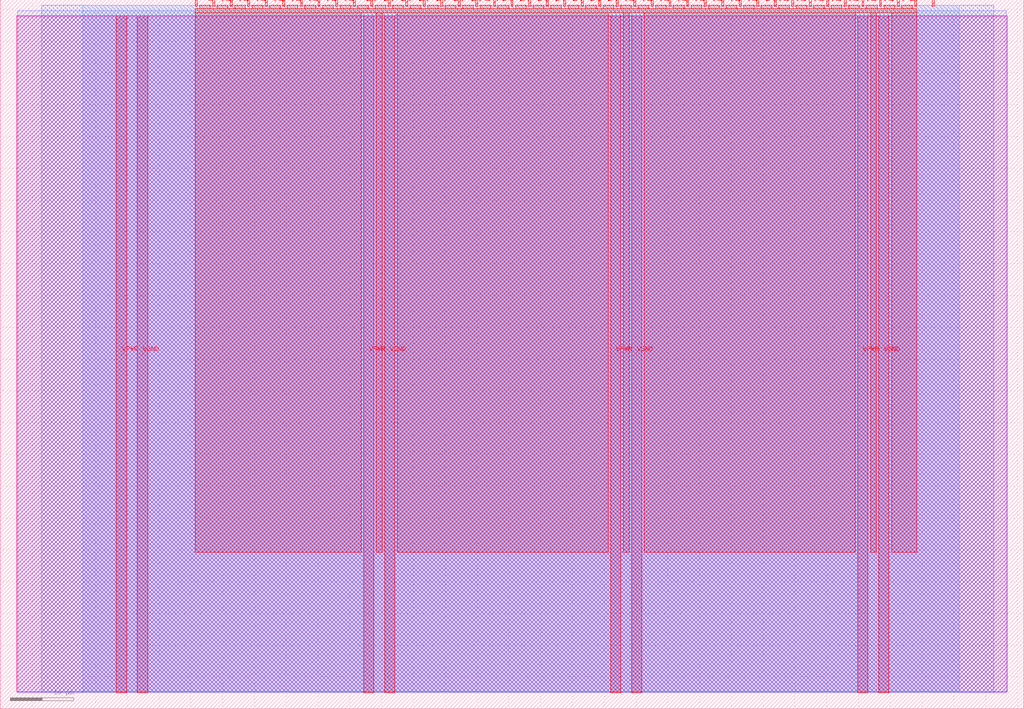
<source format=lef>
VERSION 5.7 ;
  NOWIREEXTENSIONATPIN ON ;
  DIVIDERCHAR "/" ;
  BUSBITCHARS "[]" ;
MACRO tt_um_i2c_regf
  CLASS BLOCK ;
  FOREIGN tt_um_i2c_regf ;
  ORIGIN 0.000 0.000 ;
  SIZE 161.000 BY 111.520 ;
  PIN VGND
    DIRECTION INOUT ;
    USE GROUND ;
    PORT
      LAYER met4 ;
        RECT 21.580 2.480 23.180 109.040 ;
    END
    PORT
      LAYER met4 ;
        RECT 60.450 2.480 62.050 109.040 ;
    END
    PORT
      LAYER met4 ;
        RECT 99.320 2.480 100.920 109.040 ;
    END
    PORT
      LAYER met4 ;
        RECT 138.190 2.480 139.790 109.040 ;
    END
  END VGND
  PIN VPWR
    DIRECTION INOUT ;
    USE POWER ;
    PORT
      LAYER met4 ;
        RECT 18.280 2.480 19.880 109.040 ;
    END
    PORT
      LAYER met4 ;
        RECT 57.150 2.480 58.750 109.040 ;
    END
    PORT
      LAYER met4 ;
        RECT 96.020 2.480 97.620 109.040 ;
    END
    PORT
      LAYER met4 ;
        RECT 134.890 2.480 136.490 109.040 ;
    END
  END VPWR
  PIN clk
    DIRECTION INPUT ;
    USE SIGNAL ;
    ANTENNAGATEAREA 0.852000 ;
    PORT
      LAYER met4 ;
        RECT 143.830 110.520 144.130 111.520 ;
    END
  END clk
  PIN ena
    DIRECTION INPUT ;
    USE SIGNAL ;
    PORT
      LAYER met4 ;
        RECT 146.590 110.520 146.890 111.520 ;
    END
  END ena
  PIN rst_n
    DIRECTION INPUT ;
    USE SIGNAL ;
    ANTENNAGATEAREA 0.196500 ;
    PORT
      LAYER met4 ;
        RECT 141.070 110.520 141.370 111.520 ;
    END
  END rst_n
  PIN ui_in[0]
    DIRECTION INPUT ;
    USE SIGNAL ;
    PORT
      LAYER met4 ;
        RECT 138.310 110.520 138.610 111.520 ;
    END
  END ui_in[0]
  PIN ui_in[1]
    DIRECTION INPUT ;
    USE SIGNAL ;
    PORT
      LAYER met4 ;
        RECT 135.550 110.520 135.850 111.520 ;
    END
  END ui_in[1]
  PIN ui_in[2]
    DIRECTION INPUT ;
    USE SIGNAL ;
    PORT
      LAYER met4 ;
        RECT 132.790 110.520 133.090 111.520 ;
    END
  END ui_in[2]
  PIN ui_in[3]
    DIRECTION INPUT ;
    USE SIGNAL ;
    PORT
      LAYER met4 ;
        RECT 130.030 110.520 130.330 111.520 ;
    END
  END ui_in[3]
  PIN ui_in[4]
    DIRECTION INPUT ;
    USE SIGNAL ;
    PORT
      LAYER met4 ;
        RECT 127.270 110.520 127.570 111.520 ;
    END
  END ui_in[4]
  PIN ui_in[5]
    DIRECTION INPUT ;
    USE SIGNAL ;
    PORT
      LAYER met4 ;
        RECT 124.510 110.520 124.810 111.520 ;
    END
  END ui_in[5]
  PIN ui_in[6]
    DIRECTION INPUT ;
    USE SIGNAL ;
    PORT
      LAYER met4 ;
        RECT 121.750 110.520 122.050 111.520 ;
    END
  END ui_in[6]
  PIN ui_in[7]
    DIRECTION INPUT ;
    USE SIGNAL ;
    PORT
      LAYER met4 ;
        RECT 118.990 110.520 119.290 111.520 ;
    END
  END ui_in[7]
  PIN uio_in[0]
    DIRECTION INPUT ;
    USE SIGNAL ;
    ANTENNAGATEAREA 0.196500 ;
    PORT
      LAYER met4 ;
        RECT 116.230 110.520 116.530 111.520 ;
    END
  END uio_in[0]
  PIN uio_in[1]
    DIRECTION INPUT ;
    USE SIGNAL ;
    PORT
      LAYER met4 ;
        RECT 113.470 110.520 113.770 111.520 ;
    END
  END uio_in[1]
  PIN uio_in[2]
    DIRECTION INPUT ;
    USE SIGNAL ;
    PORT
      LAYER met4 ;
        RECT 110.710 110.520 111.010 111.520 ;
    END
  END uio_in[2]
  PIN uio_in[3]
    DIRECTION INPUT ;
    USE SIGNAL ;
    PORT
      LAYER met4 ;
        RECT 107.950 110.520 108.250 111.520 ;
    END
  END uio_in[3]
  PIN uio_in[4]
    DIRECTION INPUT ;
    USE SIGNAL ;
    PORT
      LAYER met4 ;
        RECT 105.190 110.520 105.490 111.520 ;
    END
  END uio_in[4]
  PIN uio_in[5]
    DIRECTION INPUT ;
    USE SIGNAL ;
    PORT
      LAYER met4 ;
        RECT 102.430 110.520 102.730 111.520 ;
    END
  END uio_in[5]
  PIN uio_in[6]
    DIRECTION INPUT ;
    USE SIGNAL ;
    PORT
      LAYER met4 ;
        RECT 99.670 110.520 99.970 111.520 ;
    END
  END uio_in[6]
  PIN uio_in[7]
    DIRECTION INPUT ;
    USE SIGNAL ;
    PORT
      LAYER met4 ;
        RECT 96.910 110.520 97.210 111.520 ;
    END
  END uio_in[7]
  PIN uio_oe[0]
    DIRECTION OUTPUT ;
    USE SIGNAL ;
    ANTENNADIFFAREA 0.445500 ;
    PORT
      LAYER met4 ;
        RECT 49.990 110.520 50.290 111.520 ;
    END
  END uio_oe[0]
  PIN uio_oe[1]
    DIRECTION OUTPUT ;
    USE SIGNAL ;
    PORT
      LAYER met4 ;
        RECT 47.230 110.520 47.530 111.520 ;
    END
  END uio_oe[1]
  PIN uio_oe[2]
    DIRECTION OUTPUT ;
    USE SIGNAL ;
    PORT
      LAYER met4 ;
        RECT 44.470 110.520 44.770 111.520 ;
    END
  END uio_oe[2]
  PIN uio_oe[3]
    DIRECTION OUTPUT ;
    USE SIGNAL ;
    PORT
      LAYER met4 ;
        RECT 41.710 110.520 42.010 111.520 ;
    END
  END uio_oe[3]
  PIN uio_oe[4]
    DIRECTION OUTPUT ;
    USE SIGNAL ;
    PORT
      LAYER met4 ;
        RECT 38.950 110.520 39.250 111.520 ;
    END
  END uio_oe[4]
  PIN uio_oe[5]
    DIRECTION OUTPUT ;
    USE SIGNAL ;
    PORT
      LAYER met4 ;
        RECT 36.190 110.520 36.490 111.520 ;
    END
  END uio_oe[5]
  PIN uio_oe[6]
    DIRECTION OUTPUT ;
    USE SIGNAL ;
    PORT
      LAYER met4 ;
        RECT 33.430 110.520 33.730 111.520 ;
    END
  END uio_oe[6]
  PIN uio_oe[7]
    DIRECTION OUTPUT ;
    USE SIGNAL ;
    PORT
      LAYER met4 ;
        RECT 30.670 110.520 30.970 111.520 ;
    END
  END uio_oe[7]
  PIN uio_out[0]
    DIRECTION OUTPUT ;
    USE SIGNAL ;
    ANTENNADIFFAREA 0.445500 ;
    PORT
      LAYER met4 ;
        RECT 72.070 110.520 72.370 111.520 ;
    END
  END uio_out[0]
  PIN uio_out[1]
    DIRECTION OUTPUT ;
    USE SIGNAL ;
    ANTENNADIFFAREA 0.445500 ;
    PORT
      LAYER met4 ;
        RECT 69.310 110.520 69.610 111.520 ;
    END
  END uio_out[1]
  PIN uio_out[2]
    DIRECTION OUTPUT ;
    USE SIGNAL ;
    ANTENNADIFFAREA 0.795200 ;
    PORT
      LAYER met4 ;
        RECT 66.550 110.520 66.850 111.520 ;
    END
  END uio_out[2]
  PIN uio_out[3]
    DIRECTION OUTPUT ;
    USE SIGNAL ;
    ANTENNADIFFAREA 0.795200 ;
    PORT
      LAYER met4 ;
        RECT 63.790 110.520 64.090 111.520 ;
    END
  END uio_out[3]
  PIN uio_out[4]
    DIRECTION OUTPUT ;
    USE SIGNAL ;
    ANTENNADIFFAREA 0.795200 ;
    PORT
      LAYER met4 ;
        RECT 61.030 110.520 61.330 111.520 ;
    END
  END uio_out[4]
  PIN uio_out[5]
    DIRECTION OUTPUT ;
    USE SIGNAL ;
    PORT
      LAYER met4 ;
        RECT 58.270 110.520 58.570 111.520 ;
    END
  END uio_out[5]
  PIN uio_out[6]
    DIRECTION OUTPUT ;
    USE SIGNAL ;
    PORT
      LAYER met4 ;
        RECT 55.510 110.520 55.810 111.520 ;
    END
  END uio_out[6]
  PIN uio_out[7]
    DIRECTION OUTPUT ;
    USE SIGNAL ;
    PORT
      LAYER met4 ;
        RECT 52.750 110.520 53.050 111.520 ;
    END
  END uio_out[7]
  PIN uo_out[0]
    DIRECTION OUTPUT ;
    USE SIGNAL ;
    ANTENNAGATEAREA 0.252000 ;
    ANTENNADIFFAREA 0.891000 ;
    PORT
      LAYER met4 ;
        RECT 94.150 110.520 94.450 111.520 ;
    END
  END uo_out[0]
  PIN uo_out[1]
    DIRECTION OUTPUT ;
    USE SIGNAL ;
    ANTENNAGATEAREA 0.373500 ;
    ANTENNADIFFAREA 0.891000 ;
    PORT
      LAYER met4 ;
        RECT 91.390 110.520 91.690 111.520 ;
    END
  END uo_out[1]
  PIN uo_out[2]
    DIRECTION OUTPUT ;
    USE SIGNAL ;
    ANTENNAGATEAREA 0.252000 ;
    ANTENNADIFFAREA 0.891000 ;
    PORT
      LAYER met4 ;
        RECT 88.630 110.520 88.930 111.520 ;
    END
  END uo_out[2]
  PIN uo_out[3]
    DIRECTION OUTPUT ;
    USE SIGNAL ;
    ANTENNAGATEAREA 0.373500 ;
    ANTENNADIFFAREA 0.891000 ;
    PORT
      LAYER met4 ;
        RECT 85.870 110.520 86.170 111.520 ;
    END
  END uo_out[3]
  PIN uo_out[4]
    DIRECTION OUTPUT ;
    USE SIGNAL ;
    ANTENNAGATEAREA 0.252000 ;
    ANTENNADIFFAREA 0.891000 ;
    PORT
      LAYER met4 ;
        RECT 83.110 110.520 83.410 111.520 ;
    END
  END uo_out[4]
  PIN uo_out[5]
    DIRECTION OUTPUT ;
    USE SIGNAL ;
    ANTENNAGATEAREA 0.373500 ;
    ANTENNADIFFAREA 0.891000 ;
    PORT
      LAYER met4 ;
        RECT 80.350 110.520 80.650 111.520 ;
    END
  END uo_out[5]
  PIN uo_out[6]
    DIRECTION OUTPUT ;
    USE SIGNAL ;
    ANTENNAGATEAREA 0.373500 ;
    ANTENNADIFFAREA 0.891000 ;
    PORT
      LAYER met4 ;
        RECT 77.590 110.520 77.890 111.520 ;
    END
  END uo_out[6]
  PIN uo_out[7]
    DIRECTION OUTPUT ;
    USE SIGNAL ;
    ANTENNAGATEAREA 0.373500 ;
    ANTENNADIFFAREA 0.891000 ;
    PORT
      LAYER met4 ;
        RECT 74.830 110.520 75.130 111.520 ;
    END
  END uo_out[7]
  OBS
      LAYER nwell ;
        RECT 2.570 2.635 158.430 108.990 ;
      LAYER li1 ;
        RECT 2.760 2.635 158.240 108.885 ;
      LAYER met1 ;
        RECT 2.760 2.480 158.240 109.780 ;
      LAYER met2 ;
        RECT 6.540 2.535 156.300 110.685 ;
      LAYER met3 ;
        RECT 12.945 2.555 150.815 110.665 ;
      LAYER met4 ;
        RECT 31.370 110.120 33.030 110.665 ;
        RECT 34.130 110.120 35.790 110.665 ;
        RECT 36.890 110.120 38.550 110.665 ;
        RECT 39.650 110.120 41.310 110.665 ;
        RECT 42.410 110.120 44.070 110.665 ;
        RECT 45.170 110.120 46.830 110.665 ;
        RECT 47.930 110.120 49.590 110.665 ;
        RECT 50.690 110.120 52.350 110.665 ;
        RECT 53.450 110.120 55.110 110.665 ;
        RECT 56.210 110.120 57.870 110.665 ;
        RECT 58.970 110.120 60.630 110.665 ;
        RECT 61.730 110.120 63.390 110.665 ;
        RECT 64.490 110.120 66.150 110.665 ;
        RECT 67.250 110.120 68.910 110.665 ;
        RECT 70.010 110.120 71.670 110.665 ;
        RECT 72.770 110.120 74.430 110.665 ;
        RECT 75.530 110.120 77.190 110.665 ;
        RECT 78.290 110.120 79.950 110.665 ;
        RECT 81.050 110.120 82.710 110.665 ;
        RECT 83.810 110.120 85.470 110.665 ;
        RECT 86.570 110.120 88.230 110.665 ;
        RECT 89.330 110.120 90.990 110.665 ;
        RECT 92.090 110.120 93.750 110.665 ;
        RECT 94.850 110.120 96.510 110.665 ;
        RECT 97.610 110.120 99.270 110.665 ;
        RECT 100.370 110.120 102.030 110.665 ;
        RECT 103.130 110.120 104.790 110.665 ;
        RECT 105.890 110.120 107.550 110.665 ;
        RECT 108.650 110.120 110.310 110.665 ;
        RECT 111.410 110.120 113.070 110.665 ;
        RECT 114.170 110.120 115.830 110.665 ;
        RECT 116.930 110.120 118.590 110.665 ;
        RECT 119.690 110.120 121.350 110.665 ;
        RECT 122.450 110.120 124.110 110.665 ;
        RECT 125.210 110.120 126.870 110.665 ;
        RECT 127.970 110.120 129.630 110.665 ;
        RECT 130.730 110.120 132.390 110.665 ;
        RECT 133.490 110.120 135.150 110.665 ;
        RECT 136.250 110.120 137.910 110.665 ;
        RECT 139.010 110.120 140.670 110.665 ;
        RECT 141.770 110.120 143.430 110.665 ;
        RECT 30.655 109.440 144.145 110.120 ;
        RECT 30.655 24.655 56.750 109.440 ;
        RECT 59.150 24.655 60.050 109.440 ;
        RECT 62.450 24.655 95.620 109.440 ;
        RECT 98.020 24.655 98.920 109.440 ;
        RECT 101.320 24.655 134.490 109.440 ;
        RECT 136.890 24.655 137.790 109.440 ;
        RECT 140.190 24.655 144.145 109.440 ;
  END
END tt_um_i2c_regf
END LIBRARY


</source>
